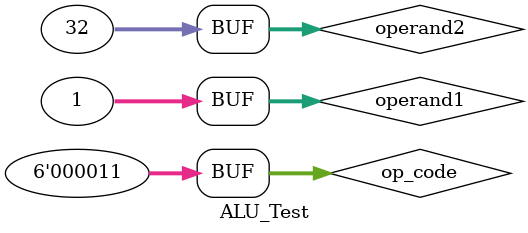
<source format=v>
`timescale 1ns / 1ps


module ALU_Test;

	// Inputs
	reg [5:0] op_code;
	reg [31:0] operand1;
	reg [31:0] operand2;

	// Outputs
	wire [31:0] result;
	wire zero;
	wire overflow;

	// Instantiate the Unit Under Test (UUT)
	ALU uut (
		.op_code(op_code), 
		.operand1(operand1), 
		.operand2(operand2), 
		.result(result), 
		.zero(zero), 
		.overflow(overflow)
	);

	initial begin
		// Initialize Inputs
		op_code = 6'b100000;
		operand1 = 100;
		operand2 = 45;

		// Testing Operations
		
		#100;
		op_code = 6'b100000;
		#100;
		op_code = 6'b100001;
		#100;
		op_code = 6'b100010;
		#100;
		op_code = 6'b100011;
		#100;
		op_code = 6'b100100;
		#100;
		op_code = 6'b100101;
		#100;
		op_code = 6'b100110;
		#1000;
		
		
		// Testing Shift Operations
		operand1 = 1;
		#100;
		operand2 = 0;
		op_code = 6'b000001;
		#100;
		operand2 = 1;
		#100;
		operand2 = 2;
		#100;
		operand2 = 3;
		#100;
		operand2 = 4;
		#100;
		operand2 = 5;
		#100;
		operand2 = 31;
		#100;
		operand2 = 32;
		#1000;

		operand2 = 0;
		op_code = 6'b000010;
		#100;
		operand2 = 1;
		#100;
		operand2 = 2;
		#100;
		operand2 = 3;
		#100;
		operand2 = 4;
		#100;
		operand2 = 5;
		#100;
		operand2 = 31;
		#100;
		operand2 = 32;
		#1000;
		
		operand2 = 0;
		op_code = 6'b000011;
		#100;
		operand2 = 1;
		#100;
		operand2 = 2;
		#100;
		operand2 = 3;
		#100;
		operand2 = 4;
		#100;
		operand2 = 5;
		#100;
		operand2 = 31;
		#100;
		operand2 = 32;
		#100;

        
		// Add stimulus here

	end
      
endmodule


</source>
